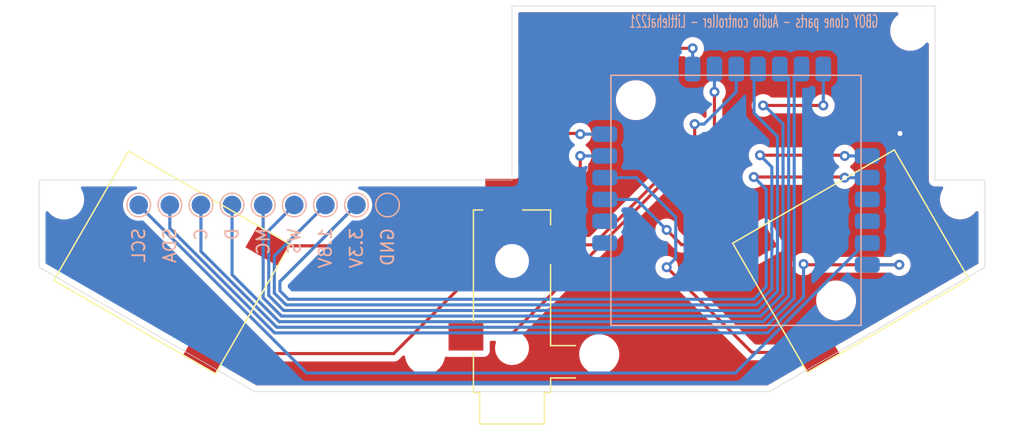
<source format=kicad_pcb>
(kicad_pcb (version 20211014) (generator pcbnew)
  (layers (0 "F.Cu" signal) (31 "B.Cu" signal) (34 "B.Paste" user) (35 "F.Paste" user) (36 "B.SilkS" user "B.Silkscreen") (37 "F.SilkS" user "F.Silkscreen") (38 "B.Mask" user) (39 "F.Mask" user) (44 "Edge.Cuts" user))
  (net 0 "")
  (net 1 "Net-(1.8V1-Pad1)")
  (net 2 "Net-(3.3V1-Pad1)")
  (net 3 "Net-(C1-Pad1)")
  (net 4 "Net-(D1-Pad1)")
  (net 5 "GND")
  (net 6 "Net-(LS1-Pad1)")
  (net 7 "Net-(LS1-Pad2)")
  (net 8 "Net-(LS2-Pad1)")
  (net 9 "Net-(LS2-Pad2)")
  (net 10 "Net-(MC1-Pad1)")
  (net 11 "Net-(SCL1-Pad1)")
  (net 12 "Net-(SDA1-Pad1)")
  (net 17 "Net-(U1-Pad11)")
  (net 18 "Net-(U1-Pad13)")
  (net 19 "Net-(J1-PadTN)")
  (net 20 "Net-(J1-PadT)")
  (footprint "MountingHole:MountingHole_2.2mm_M2" (layer "F.Cu") (at 124.61 206.4)
    (fp_text reference "H4" hide)
    (fp_text value "MountingHole")
    (pad "" np_thru_hole circle (at 0 0) (size 2.2 2.2) (drill 2.2) (layers *.Cu *.Mask))
  )
  (footprint "4LAYER_FOOTPRINTS:SP-1511S-3" (layer "F.Cu") (at 141.33581 207.863153 30)
    (fp_text reference "LS2" hide)
    (fp_text value "Speaker")
    (fp_line (start 15 -12) (end 15 0) (layer "F.SilkS") (width 0.12))
    (fp_line (start 15 0) (end 0 0) (layer "F.SilkS") (width 0.12))
    (fp_line (start 0 -12) (end 15 -12) (layer "F.SilkS") (width 0.12))
    (fp_line (start 0 0) (end 0 -12) (layer "F.SilkS") (width 0.12))
    (pad "1" smd rect (at 1.5 -1 30) (size 3 2) (layers "F.Cu" "F.Paste" "F.Mask") (net 8 "Net-(LS2-Pad1)"))
    (pad "2" smd rect (at 1.5 -11 30) (size 3 2) (layers "F.Cu" "F.Paste" "F.Mask") (net 9 "Net-(LS2-Pad2)"))
  )
  (footprint "4LAYER_FOOTPRINTS:SP-1511S-3" (layer "F.Cu") (at 99.769191 197.565848 150)
    (fp_text reference "LS1" hide)
    (fp_text value "Speaker")
    (fp_line (start 15 0) (end 0 0) (layer "F.SilkS") (width 0.12))
    (fp_line (start 0 -12) (end 15 -12) (layer "F.SilkS") (width 0.12))
    (fp_line (start 15 -12) (end 15 0) (layer "F.SilkS") (width 0.12))
    (fp_line (start 0 0) (end 0 -12) (layer "F.SilkS") (width 0.12))
    (pad "1" smd rect (at 1.5 -1 150) (size 3 2) (layers "F.Cu" "F.Paste" "F.Mask") (net 6 "Net-(LS1-Pad1)"))
    (pad "2" smd rect (at 1.5 -11 150) (size 3 2) (layers "F.Cu" "F.Paste" "F.Mask") (net 7 "Net-(LS1-Pad2)"))
  )
  (footprint "MountingHole:MountingHole_2.2mm_M2" (layer "F.Cu") (at 110.61 206.4)
    (fp_text reference "H5" hide)
    (fp_text value "MountingHole")
    (pad "" np_thru_hole circle (at 0 0) (size 2.2 2.2) (drill 2.2) (layers *.Cu *.Mask))
  )
  (footprint "MountingHole:MountingHole_2.2mm_M2" (layer "F.Cu") (at 149.6 180.4)
    (fp_text reference "H2" hide)
    (fp_text value "MountingHole")
    (pad "" np_thru_hole circle (at 0 0) (size 2.2 2.2) (drill 2.2) (layers *.Cu *.Mask))
  )
  (footprint "MountingHole:MountingHole_2.2mm_M2" (layer "F.Cu") (at 81.6 193.95)
    (fp_text reference "H1" hide)
    (fp_text value "MountingHole")
    (pad "" np_thru_hole circle (at 0 0) (size 2.2 2.2) (drill 2.2) (layers *.Cu *.Mask))
  )
  (footprint "MountingHole:MountingHole_2.2mm_M2" (layer "F.Cu") (at 153.6 193.95)
    (fp_text reference "H3" hide)
    (fp_text value "MountingHole")
    (pad "" np_thru_hole circle (at 0 0) (size 2.2 2.2) (drill 2.2) (layers *.Cu *.Mask))
  )
  (footprint "4LAYER_FOOTPRINTS:Jack_3.5mm_CUI_SJ-3524-SMT_Horizontal" (layer "F.Cu") (at 117.6 203.4 180)
    (fp_text reference "J1" hide)
    (fp_text value "SJ-3524-SMT-TR")
    (fp_line (start -3.1 -6.1) (end -2.6 -6.1) (layer "F.SilkS") (width 0.12))
    (fp_line (start -2.6 -8.6) (end 2.6 -8.6) (layer "F.SilkS") (width 0.12))
    (fp_line (start -3.1 -4.9) (end -3.1 -6.1) (layer "F.SilkS") (width 0.12))
    (fp_line (start -3.1 -4.9) (end -5.1 -4.9) (layer "F.SilkS") (width 0.12))
    (fp_line (start 3.1 -0.3) (end 3.1 8.6) (layer "F.SilkS") (width 0.12))
    (fp_line (start 2.6 -6.1) (end 3.1 -6.1) (layer "F.SilkS") (width 0.12))
    (fp_line (start -0.85 8.6) (end -3.1 8.6) (layer "F.SilkS") (width 0.12))
    (fp_line (start -3.1 8.6) (end -3.1 7.4) (layer "F.SilkS") (width 0.12))
    (fp_line (start 3.1 -6.1) (end 3.1 -2.9) (layer "F.SilkS") (width 0.12))
    (fp_line (start -2.6 -6.1) (end -2.6 -8.6) (layer "F.SilkS") (width 0.12))
    (fp_line (start -3.1 -2.3) (end -5.1 -2.3) (layer "F.SilkS") (width 0.12))
    (fp_line (start -3.1 4.2) (end -3.1 -2.3) (layer "F.SilkS") (width 0.12))
    (fp_line (start 3.1 8.6) (end 2.35 8.6) (layer "F.SilkS") (width 0.12))
    (fp_line (start 2.6 -8.6) (end 2.6 -6.1) (layer "F.SilkS") (width 0.12))
    (pad "" np_thru_hole circle locked (at 0 4.5 180) (size 1.7 1.7) (drill 1.7) (layers *.Cu *.Mask))
    (pad "" np_thru_hole circle locked (at 0 -2.5 180) (size 1.7 1.7) (drill 1.7) (layers *.Cu *.Mask))
    (pad "R" smd rect locked (at 3.7 -1.6 180) (size 2.8 2.2) (layers "F.Cu" "F.Paste" "F.Mask") (net 18 "Net-(U1-Pad13)"))
    (pad "S" smd rect locked (at -3.7 -3.6 180) (size 2.8 2.2) (layers "F.Cu" "F.Paste" "F.Mask") (net 5 "GND"))
    (pad "T" smd rect locked (at -3.7 5.8 180) (size 2.8 2.8) (layers "F.Cu" "F.Paste" "F.Mask") (net 20 "Net-(J1-PadT)"))
    (pad "TN" smd rect locked (at 0.75 9.8 180) (size 2.8 2.6) (layers "F.Cu" "F.Paste" "F.Mask") (net 19 "Net-(J1-PadTN)"))
  )
  (footprint "TestPoint:TestPoint_Pad_D1.5mm" (layer "B.Cu") (at 95.1 194.4 180)
    (fp_text reference "D1" hide)
    (fp_text value "D" (at 0 -1.75 270) (layer "B.SilkS") (effects (justify left mirror)))
    (fp_circle (center 0 0) (end 0 -0.95) (layer "B.SilkS") (width 0.12) (fill none))
    (pad "1" smd circle (at 0 0 180) (size 1.5 1.5) (layers "B.Cu" "B.Mask") (net 4 "Net-(D1-Pad1)"))
  )
  (footprint "TestPoint:TestPoint_Pad_D1.5mm" (layer "B.Cu") (at 97.6 194.4 180)
    (fp_text reference "MC1" hide)
    (fp_text value "MC" (at 0 -1.75 270) (layer "B.SilkS") (effects (justify left mirror)))
    (fp_circle (center 0 0) (end 0 -0.95) (layer "B.SilkS") (width 0.12) (fill none))
    (pad "1" smd circle (at 0 0 180) (size 1.5 1.5) (layers "B.Cu" "B.Mask") (net 10 "Net-(MC1-Pad1)"))
  )
  (footprint "TestPoint:TestPoint_Pad_D1.5mm" (layer "B.Cu") (at 100.1 194.4 180)
    (fp_text reference "WS1" hide)
    (fp_text value "WS" (at 0 -1.75 270) (layer "B.SilkS") (effects (justify left mirror)))
    (fp_circle (center 0 0) (end 0 -0.95) (layer "B.SilkS") (width 0.12) (fill none))
    (pad "1" smd circle (at 0 0 180) (size 1.5 1.5) (layers "B.Cu" "B.Mask") (net 17 "Net-(U1-Pad11)"))
  )
  (footprint "TestPoint:TestPoint_Pad_D1.5mm" (layer "B.Cu") (at 102.6 194.4 180)
    (fp_text reference "1.8V1" hide)
    (fp_text value "1.8V" (at 0 -1.75 270) (layer "B.SilkS") (effects (justify left mirror)))
    (fp_circle (center 0 0) (end 0 -0.95) (layer "B.SilkS") (width 0.12) (fill none))
    (pad "1" smd circle (at 0 0 180) (size 1.5 1.5) (layers "B.Cu" "B.Mask") (net 1 "Net-(1.8V1-Pad1)"))
  )
  (footprint "TestPoint:TestPoint_Pad_D1.5mm" (layer "B.Cu") (at 107.6 194.4 180)
    (fp_text reference "GND1" hide)
    (fp_text value "GND" (at 0 -1.75 270) (layer "B.SilkS") (effects (justify left mirror)))
    (fp_circle (center 0 0) (end 0 -0.95) (layer "B.SilkS") (width 0.12) (fill none))
    (pad "1" smd circle (at 0 0 180) (size 1.5 1.5) (layers "B.Cu" "B.Mask") (net 5 "GND"))
  )
  (footprint "TestPoint:TestPoint_Pad_D1.5mm" (layer "B.Cu") (at 90.1 194.4 180)
    (fp_text reference "SDA1" hide)
    (fp_text value "SDA" (at 0 -1.75 270) (layer "B.SilkS") (effects (justify left mirror)))
    (fp_circle (center 0 0) (end 0 -0.95) (layer "B.SilkS") (width 0.12) (fill none))
    (pad "1" smd circle (at 0 0 180) (size 1.5 1.5) (layers "B.Cu" "B.Mask") (net 12 "Net-(SDA1-Pad1)"))
  )
  (footprint "TestPoint:TestPoint_Pad_D1.5mm" (layer "B.Cu") (at 92.6 194.4 180)
    (fp_text reference "C1" hide)
    (fp_text value "C" (at 0 -1.75 270) (layer "B.SilkS") (effects (justify left mirror)))
    (fp_circle (center 0 0) (end 0 -0.95) (layer "B.SilkS") (width 0.12) (fill none))
    (pad "1" smd circle (at 0 0 180) (size 1.5 1.5) (layers "B.Cu" "B.Mask") (net 3 "Net-(C1-Pad1)"))
  )
  (footprint "4LAYER_FOOTPRINTS:UAMP2" (layer "B.Cu") (at 145.65 204.075 180)
    (fp_text reference "U1" hide)
    (fp_text value "UAMP")
    (fp_line (start 0 20.1) (end 0 0) (layer "B.SilkS") (width 0.12))
    (fp_line (start 0 0) (end 20.1 0) (layer "B.SilkS") (width 0.12))
    (fp_line (start 20.1 0) (end 20.1 20.1) (layer "B.SilkS") (width 0.12))
    (fp_line (start 20.1 20.1) (end 0 20.1) (layer "B.SilkS") (width 0.12))
    (pad "" np_thru_hole circle locked (at 2 2 270) (size 2.2 2.2) (drill 2.2) (layers *.Cu *.Mask))
    (pad "" np_thru_hole circle locked (at 18.1 18.1 270) (size 2.2 2.2) (drill 2.2) (layers *.Cu *.Mask))
    (pad "1" smd roundrect locked (at -0.5 4.87 180) (size 2 1.25) (layers "B.Cu" "B.Paste" "B.Mask") (net 12 "Net-(SDA1-Pad1)"))
    (pad "2" smd roundrect locked (at -0.5 6.62 180) (size 2 1.25) (layers "B.Cu" "B.Paste" "B.Mask") (net 11 "Net-(SCL1-Pad1)"))
    (pad "3" smd roundrect locked (at -0.5 8.37 180) (size 2 1.25) (layers "B.Cu" "B.Paste" "B.Mask"))
    (pad "4" smd roundrect locked (at -0.5 10.12 180) (size 2 1.25) (layers "B.Cu" "B.Paste" "B.Mask"))
    (pad "5" smd roundrect locked (at -0.5 11.87 180) (size 2 1.25) (layers "B.Cu" "B.Paste" "B.Mask") (net 2 "Net-(3.3V1-Pad1)"))
    (pad "6" smd roundrect locked (at -0.5 13.62 180) (size 2 1.25) (layers "B.Cu" "B.Paste" "B.Mask") (net 1 "Net-(1.8V1-Pad1)"))
    (pad "7" smd roundrect locked (at -0.5 15.37 180) (size 2 1.25) (layers "B.Cu" "B.Paste" "B.Mask") (net 5 "GND"))
    (pad "7" smd roundrect locked (at 15.28 20.6 270) (size 2 1.25) (layers "B.Cu" "B.Paste" "B.Mask") (net 5 "GND"))
    (pad "8" smd roundrect locked (at 3.03 20.6 270) (size 2 1.25) (layers "B.Cu" "B.Paste" "B.Mask") (net 10 "Net-(MC1-Pad1)"))
    (pad "9" smd roundrect locked (at 4.78 20.6 270) (size 2 1.25) (layers "B.Cu" "B.Paste" "B.Mask") (net 3 "Net-(C1-Pad1)"))
    (pad "10" smd roundrect locked (at 6.53 20.6 270) (size 2 1.25) (layers "B.Cu" "B.Paste" "B.Mask") (net 4 "Net-(D1-Pad1)"))
    (pad "11" smd roundrect locked (at 8.28 20.6 270) (size 2 1.25) (layers "B.Cu" "B.Paste" "B.Mask") (net 17 "Net-(U1-Pad11)"))
    (pad "12" smd roundrect locked (at 10.03 20.6 270) (size 2 1.25) (layers "B.Cu" "B.Paste" "B.Mask") (net 20 "Net-(J1-PadT)"))
    (pad "13" smd roundrect locked (at 11.78 20.6 270) (size 2 1.25) (layers "B.Cu" "B.Paste" "B.Mask") (net 18 "Net-(U1-Pad13)"))
    (pad "14" smd roundrect locked (at 13.53 20.6 270) (size 2 1.25) (layers "B.Cu" "B.Paste" "B.Mask") (net 19 "Net-(J1-PadTN)"))
    (pad "15" smd roundrect locked (at 20.6 15.37) (size 2 1.25) (layers "B.Cu" "B.Paste" "B.Mask") (net 6 "Net-(LS1-Pad1)"))
    (pad "16" smd roundrect locked (at 20.6 13.62) (size 2 1.25) (layers "B.Cu" "B.Paste" "B.Mask") (net 7 "Net-(LS1-Pad2)"))
    (pad "17" smd roundrect locked (at 20.6 11.87) (size 2 1.25) (layers "B.Cu" "B.Paste" "B.Mask") (net 8 "Net-(LS2-Pad1)"))
    (pad "18" smd roundrect locked (at 20.6 10.12) (size 2 1.25) (layers "B.Cu" "B.Paste" "B.Mask") (net 9 "Net-(LS2-Pad2)"))
    (pad "19" smd roundrect locked (at 20.6 8.37) (size 2 1.25) (layers "B.Cu" "B.Paste" "B.Mask"))
    (pad "20" smd roundrect locked (at 20.6 6.62) (size 2 1.25) (layers "B.Cu" "B.Paste" "B.Mask"))
  )
  (footprint "TestPoint:TestPoint_Pad_D1.5mm" (layer "B.Cu") (at 87.6 194.4 180)
    (fp_text reference "SCL1" hide)
    (fp_text value "SCL" (at 0 -1.75 270) (layer "B.SilkS") (effects (justify left mirror)))
    (fp_circle (center 0 0) (end 0 -0.95) (layer "B.SilkS") (width 0.12) (fill none))
    (pad "1" smd circle (at 0 0 180) (size 1.5 1.5) (layers "B.Cu" "B.Mask") (net 11 "Net-(SCL1-Pad1)"))
  )
  (footprint "TestPoint:TestPoint_Pad_D1.5mm" (layer "B.Cu") (at 105.1 194.4 180)
    (fp_text reference "3.3V1" hide)
    (fp_text value "3.3V" (at 0 -1.75 270) (layer "B.SilkS") (effects (justify left mirror)))
    (fp_circle (center 0 0) (end 0 -0.95) (layer "B.SilkS") (width 0.12) (fill none))
    (pad "1" smd circle (at 0 0 180) (size 1.5 1.5) (layers "B.Cu" "B.Mask") (net 2 "Net-(3.3V1-Pad1)"))
  )
  (gr_line (start 155.6 192.4) (end 155.6 199.4) (layer "Edge.Cuts") (width 0.05))
  (gr_line (start 79.6 199.4) (end 96.92 209.4) (layer "Edge.Cuts") (width 0.05))
  (gr_line (start 117.6 192.4) (end 83.6 192.4) (layer "Edge.Cuts") (width 0.05))
  (gr_line (start 151.6 178.4) (end 117.6 178.4) (layer "Edge.Cuts") (width 0.05))
  (gr_line (start 83.6 192.4) (end 79.6 192.4) (layer "Edge.Cuts") (width 0.05))
  (gr_line (start 151.6 192.4) (end 155.6 192.4) (layer "Edge.Cuts") (width 0.05))
  (gr_line (start 117.6 178.4) (end 117.6 192.4) (layer "Edge.Cuts") (width 0.05))
  (gr_line (start 96.92 209.4) (end 138.28 209.4) (layer "Edge.Cuts") (width 0.05))
  (gr_line (start 155.6 199.4) (end 138.28 209.4) (layer "Edge.Cuts") (width 0.05))
  (gr_line (start 151.6 178.4) (end 151.6 192.4) (layer "Edge.Cuts") (width 0.05))
  (gr_line (start 79.6 192.4) (end 79.6 199.4) (layer "Edge.Cuts") (width 0.05))
  (gr_text "GBOY clone parts - Audio controller - Littlehat221" (at 137.03 179.65) (layer "B.SilkS") (effects (font (size 1 0.5) (thickness 0.1)) (justify mirror)))
  (segment (start 144.335 190.455) (end 144.28 190.4) (width 0.25) (layer "F.Cu") (net 1))
  (segment (start 144.28 190.4) (end 137.53 190.4) (width 0.25) (layer "F.Cu") (net 1))
  (via (at 137.53 190.4) (size 0.8) (drill 0.4) (layers "F.Cu" "B.Cu") (net 1))
  (via (at 144.335 190.455) (size 0.8) (drill 0.4) (layers "F.Cu" "B.Cu") (net 1))
  (segment (start 98.49904 198.50096) (end 98.49904 201.483322) (width 0.25) (layer "B.Cu") (net 1))
  (segment (start 99.443597 202.427879) (end 137.211931 202.427879) (width 0.25) (layer "B.Cu") (net 1))
  (segment (start 137.211931 202.427879) (end 138.48192 201.15789) (width 0.25) (layer "B.Cu") (net 1))
  (segment (start 146.15 190.455) (end 144.335 190.455) (width 0.25) (layer "B.Cu") (net 1))
  (segment (start 98.49904 201.483322) (end 99.443597 202.427879) (width 0.25) (layer "B.Cu") (net 1))
  (segment (start 138.48192 201.15789) (end 138.48192 191.35192) (width 0.25) (layer "B.Cu") (net 1))
  (segment (start 138.48192 191.35192) (end 137.53 190.4) (width 0.25) (layer "B.Cu") (net 1))
  (segment (start 102.6 194.4) (end 98.49904 198.50096) (width 0.25) (layer "B.Cu") (net 1))
  (segment (start 144.335 192.205) (end 144.28 192.15) (width 0.25) (layer "F.Cu") (net 2))
  (segment (start 144.28 192.15) (end 137.03 192.15) (width 0.25) (layer "F.Cu") (net 2))
  (via (at 137.03 192.15) (size 0.8) (drill 0.4) (layers "F.Cu" "B.Cu") (net 2))
  (via (at 144.335 192.205) (size 0.8) (drill 0.4) (layers "F.Cu" "B.Cu") (net 2))
  (segment (start 98.94856 201.297124) (end 99.629795 201.978359) (width 0.25) (layer "B.Cu") (net 2))
  (segment (start 105.1 194.4) (end 98.94856 200.55144) (width 0.25) (layer "B.Cu") (net 2))
  (segment (start 137.025733 201.978359) (end 138.0324 200.971692) (width 0.25) (layer "B.Cu") (net 2))
  (segment (start 99.629795 201.978359) (end 137.025733 201.978359) (width 0.25) (layer "B.Cu") (net 2))
  (segment (start 138.0324 193.1524) (end 137.03 192.15) (width 0.25) (layer "B.Cu") (net 2))
  (segment (start 98.94856 200.55144) (end 98.94856 201.297124) (width 0.25) (layer "B.Cu") (net 2))
  (segment (start 138.0324 200.971692) (end 138.0324 193.1524) (width 0.25) (layer "B.Cu") (net 2))
  (segment (start 146.15 192.205) (end 144.335 192.205) (width 0.25) (layer "B.Cu") (net 2))
  (segment (start 92.6 198.128564) (end 98.697395 204.225959) (width 0.25) (layer "B.Cu") (net 3))
  (segment (start 140.28 184.065) (end 140.87 183.475) (width 0.25) (layer "B.Cu") (net 3))
  (segment (start 98.697395 204.225959) (end 137.956723 204.225959) (width 0.25) (layer "B.Cu") (net 3))
  (segment (start 140.28 201.902682) (end 140.28 184.065) (width 0.25) (layer "B.Cu") (net 3))
  (segment (start 137.956723 204.225959) (end 140.28 201.902682) (width 0.25) (layer "B.Cu") (net 3))
  (segment (start 92.6 194.4) (end 92.6 198.128564) (width 0.25) (layer "B.Cu") (net 3))
  (segment (start 98.883593 203.776439) (end 137.770525 203.776439) (width 0.25) (layer "B.Cu") (net 4))
  (segment (start 95.1 194.4) (end 95.1 199.992846) (width 0.25) (layer "B.Cu") (net 4))
  (segment (start 137.770525 203.776439) (end 139.83048 201.716484) (width 0.25) (layer "B.Cu") (net 4))
  (segment (start 139.83048 201.716484) (end 139.83048 184.18548) (width 0.25) (layer "B.Cu") (net 4))
  (segment (start 139.83048 184.18548) (end 139.12 183.475) (width 0.25) (layer "B.Cu") (net 4))
  (segment (start 95.1 199.992846) (end 98.883593 203.776439) (width 0.25) (layer "B.Cu") (net 4))
  (via (at 148.78 188.65) (size 0.8) (drill 0.4) (layers "F.Cu" "B.Cu") (net 5))
  (segment (start 121.53 192.269022) (end 121.53 188.65) (width 0.25) (layer "F.Cu") (net 6))
  (segment (start 116.117149 197.681873) (end 121.53 192.269022) (width 0.25) (layer "F.Cu") (net 6))
  (segment (start 97.970153 197.681873) (end 116.117149 197.681873) (width 0.25) (layer "F.Cu") (net 6))
  (segment (start 123.03 188.65) (end 121.53 188.65) (width 0.25) (layer "F.Cu") (net 6))
  (segment (start 123.085 188.705) (end 123.03 188.65) (width 0.25) (layer "F.Cu") (net 6))
  (via (at 123.085 188.705) (size 0.8) (drill 0.4) (layers "F.Cu" "B.Cu") (net 6))
  (segment (start 125.05 188.705) (end 123.085 188.705) (width 0.25) (layer "B.Cu") (net 6))
  (segment (start 123.085 190.455) (end 123.085 191.349739) (width 0.25) (layer "F.Cu") (net 7))
  (segment (start 108.092612 206.342127) (end 92.970153 206.342127) (width 0.25) (layer "F.Cu") (net 7))
  (segment (start 123.085 191.349739) (end 108.092612 206.342127) (width 0.25) (layer "F.Cu") (net 7))
  (via (at 123.085 190.455) (size 0.8) (drill 0.4) (layers "F.Cu" "B.Cu") (net 7))
  (segment (start 125.05 190.455) (end 123.085 190.455) (width 0.25) (layer "B.Cu") (net 7))
  (segment (start 136.877128 206.247128) (end 142.134848 206.247128) (width 0.25) (layer "F.Cu") (net 8))
  (segment (start 130.03 199.4) (end 136.877128 206.247128) (width 0.25) (layer "F.Cu") (net 8))
  (via (at 130.03 199.4) (size 0.8) (drill 0.4) (layers "F.Cu" "B.Cu") (net 8))
  (segment (start 127.585 192.205) (end 130.754511 195.374511) (width 0.25) (layer "B.Cu") (net 8))
  (segment (start 130.754511 195.374511) (end 130.754511 198.675489) (width 0.25) (layer "B.Cu") (net 8))
  (segment (start 130.754511 198.675489) (end 130.03 199.4) (width 0.25) (layer "B.Cu") (net 8))
  (segment (start 125.05 192.205) (end 127.585 192.205) (width 0.25) (layer "B.Cu") (net 8))
  (segment (start 130.03 196.4) (end 131.216874 197.586874) (width 0.25) (layer "F.Cu") (net 9))
  (segment (start 131.216874 197.586874) (end 137.134848 197.586874) (width 0.25) (layer "F.Cu") (net 9))
  (via (at 130.03 196.4) (size 0.8) (drill 0.4) (layers "F.Cu" "B.Cu") (net 9))
  (segment (start 125.05 193.955) (end 127.585 193.955) (width 0.25) (layer "B.Cu") (net 9))
  (segment (start 127.585 193.955) (end 130.03 196.4) (width 0.25) (layer "B.Cu") (net 9))
  (segment (start 142.62 186.4) (end 137.78 186.4) (width 0.25) (layer "F.Cu") (net 10))
  (via (at 142.62 186.4) (size 0.8) (drill 0.4) (layers "F.Cu" "B.Cu") (net 10))
  (via (at 137.78 186.4) (size 0.8) (drill 0.4) (layers "F.Cu" "B.Cu") (net 10))
  (segment (start 139.38096 201.530286) (end 137.584327 203.326919) (width 0.25) (layer "B.Cu") (net 10))
  (segment (start 137.584327 203.326919) (end 99.069791 203.326919) (width 0.25) (layer "B.Cu") (net 10))
  (segment (start 99.069791 203.326919) (end 97.6 201.857128) (width 0.25) (layer "B.Cu") (net 10))
  (segment (start 142.62 183.475) (end 142.62 186.4) (width 0.25) (layer "B.Cu") (net 10))
  (segment (start 139.38096 187.9) (end 139.38096 201.530286) (width 0.25) (layer "B.Cu") (net 10))
  (segment (start 137.78 186.29904) (end 139.38096 187.9) (width 0.25) (layer "B.Cu") (net 10))
  (segment (start 97.6 201.857128) (end 97.6 194.4) (width 0.25) (layer "B.Cu") (net 10))
  (segment (start 87.6 194.4) (end 101.1 207.9) (width 0.25) (layer "B.Cu") (net 11))
  (segment (start 145.999118 197.455) (end 146.15 197.455) (width 0.25) (layer "B.Cu") (net 11))
  (segment (start 135.554118 207.9) (end 145.999118 197.455) (width 0.25) (layer "B.Cu") (net 11))
  (segment (start 101.1 207.9) (end 135.554118 207.9) (width 0.25) (layer "B.Cu") (net 11))
  (segment (start 141.085 199.205) (end 141.03 199.15) (width 0.25) (layer "F.Cu") (net 12))
  (segment (start 148.725 199.205) (end 141.085 199.205) (width 0.25) (layer "F.Cu") (net 12))
  (via (at 141.03 199.15) (size 0.8) (drill 0.4) (layers "F.Cu" "B.Cu") (net 12))
  (via (at 148.725 199.205) (size 0.8) (drill 0.4) (layers "F.Cu" "B.Cu") (net 12))
  (segment (start 98.511197 204.675479) (end 138.142921 204.675479) (width 0.25) (layer "B.Cu") (net 12))
  (segment (start 146.15 199.205) (end 148.725 199.205) (width 0.25) (layer "B.Cu") (net 12))
  (segment (start 90.1 196.264282) (end 98.007859 204.172141) (width 0.25) (layer "B.Cu") (net 12))
  (segment (start 141.03 201.7884) (end 141.03 199.15) (width 0.25) (layer "B.Cu") (net 12))
  (segment (start 98.007859 204.172141) (end 98.511197 204.675479) (width 0.25) (layer "B.Cu") (net 12))
  (segment (start 90.1 194.4) (end 90.1 196.264282) (width 0.25) (layer "B.Cu") (net 12))
  (segment (start 138.142921 204.675479) (end 141.03 201.7884) (width 0.25) (layer "B.Cu") (net 12))
  (segment (start 137.055489 187.024049) (end 137.055489 183.789511) (width 0.25) (layer "B.Cu") (net 17))
  (segment (start 98.04952 196.45048) (end 98.04952 201.66952) (width 0.25) (layer "B.Cu") (net 17))
  (segment (start 138.93144 188.9) (end 137.055489 187.024049) (width 0.25) (layer "B.Cu") (net 17))
  (segment (start 98.04952 201.66952) (end 99.257399 202.877399) (width 0.25) (layer "B.Cu") (net 17))
  (segment (start 137.398129 202.877399) (end 138.93144 201.344088) (width 0.25) (layer "B.Cu") (net 17))
  (segment (start 138.93144 201.344088) (end 138.93144 188.9) (width 0.25) (layer "B.Cu") (net 17))
  (segment (start 99.257399 202.877399) (end 137.398129 202.877399) (width 0.25) (layer "B.Cu") (net 17))
  (segment (start 137.055489 183.789511) (end 137.37 183.475) (width 0.25) (layer "B.Cu") (net 17))
  (segment (start 100.1 194.4) (end 98.04952 196.45048) (width 0.25) (layer "B.Cu") (net 17))
  (segment (start 114.224521 204.675479) (end 113.9 205) (width 0.25) (layer "F.Cu") (net 18))
  (segment (start 117.673543 204.675479) (end 114.224521 204.675479) (width 0.25) (layer "F.Cu") (net 18))
  (segment (start 133.87 185.31) (end 133.87 188.479022) (width 0.25) (layer "F.Cu") (net 18))
  (segment (start 133.87 188.479022) (end 117.673543 204.675479) (width 0.25) (layer "F.Cu") (net 18))
  (via (at 133.87 185.31) (size 0.8) (drill 0.4) (layers "F.Cu" "B.Cu") (net 18))
  (segment (start 133.87 183.475) (end 133.87 185.31) (width 0.25) (layer "B.Cu") (net 18))
  (segment (start 121.08048 188.463803) (end 127.734283 181.81) (width 0.25) (layer "F.Cu") (net 19))
  (segment (start 121.08048 189.36952) (end 121.08048 188.463803) (width 0.25) (layer "F.Cu") (net 19))
  (segment (start 116.85 193.6) (end 121.08048 189.36952) (width 0.25) (layer "F.Cu") (net 19))
  (segment (start 127.734283 181.81) (end 132.12 181.81) (width 0.25) (layer "F.Cu") (net 19))
  (via (at 132.12 181.81) (size 0.8) (drill 0.4) (layers "F.Cu" "B.Cu") (net 19))
  (segment (start 132.12 183.475) (end 132.12 181.81) (width 0.25) (layer "B.Cu") (net 19))
  (segment (start 121.3 197.6) (end 124.113304 197.6) (width 0.25) (layer "F.Cu") (net 20))
  (segment (start 124.113304 197.6) (end 131.78 189.933304) (width 0.25) (layer "F.Cu") (net 20))
  (segment (start 131.78 189.933304) (end 132.28 189.433304) (width 0.25) (layer "F.Cu") (net 20))
  (segment (start 132.28 189.433304) (end 132.28 187.9) (width 0.25) (layer "F.Cu") (net 20))
  (segment (start 121.3 197.6) (end 121.58 197.6) (width 0.25) (layer "F.Cu") (net 20))
  (via (at 132.28 187.9) (size 0.8) (drill 0.4) (layers "F.Cu" "B.Cu") (net 20))
  (segment (start 135.62 185.31) (end 133.03 187.9) (width 0.25) (layer "B.Cu") (net 20))
  (segment (start 133.03 187.9) (end 132.28 187.9) (width 0.25) (layer "B.Cu") (net 20))
  (segment (start 135.62 183.475) (end 135.62 185.31) (width 0.25) (layer "B.Cu") (net 20))
  (zone (net 5) (net_name "GND") (layer "F.Cu") (connect_pads yes (clearance 0.508)) (min_thickness 0.254) (fill yes (thermal_gap 0.508) (thermal_bridge_width 0.508))
    (polygon (pts (xy 151.6 192.4) (xy 155.6 192.4) (xy 155.6 199.4) (xy 138.28 209.4) (xy 96.92 209.4) (xy 79.6 199.4) (xy 79.6 192.4) (xy 117.6 192.4) (xy 117.6 178.4) (xy 151.6 178.4)))
  )
  (zone (net 5) (net_name "GND") (layer "B.Cu") (connect_pads yes (clearance 0.508)) (min_thickness 0.254) (fill yes (thermal_gap 0.508) (thermal_bridge_width 0.508))
    (polygon (pts (xy 151.6 192.4) (xy 155.6 192.4) (xy 155.6 199.4) (xy 138.28 209.4) (xy 96.92 209.4) (xy 79.6 199.4) (xy 79.6 192.4) (xy 117.6 192.4) (xy 117.6 178.4) (xy 151.6 178.4)))
  )
)
</source>
